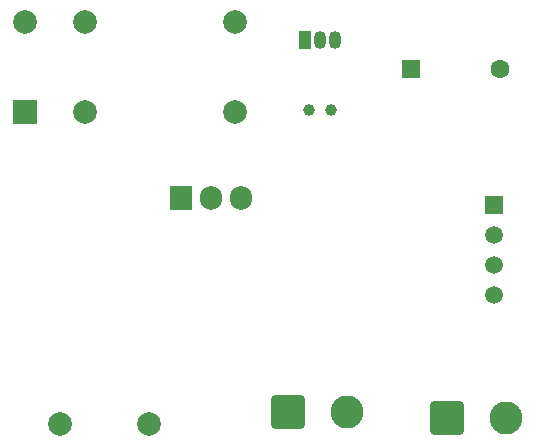
<source format=gbr>
%TF.GenerationSoftware,KiCad,Pcbnew,9.0.0*%
%TF.CreationDate,2025-03-27T13:05:49+05:30*%
%TF.ProjectId,incubator,696e6375-6261-4746-9f72-2e6b69636164,rev?*%
%TF.SameCoordinates,Original*%
%TF.FileFunction,Soldermask,Bot*%
%TF.FilePolarity,Negative*%
%FSLAX46Y46*%
G04 Gerber Fmt 4.6, Leading zero omitted, Abs format (unit mm)*
G04 Created by KiCad (PCBNEW 9.0.0) date 2025-03-27 13:05:49*
%MOMM*%
%LPD*%
G01*
G04 APERTURE LIST*
G04 Aperture macros list*
%AMRoundRect*
0 Rectangle with rounded corners*
0 $1 Rounding radius*
0 $2 $3 $4 $5 $6 $7 $8 $9 X,Y pos of 4 corners*
0 Add a 4 corners polygon primitive as box body*
4,1,4,$2,$3,$4,$5,$6,$7,$8,$9,$2,$3,0*
0 Add four circle primitives for the rounded corners*
1,1,$1+$1,$2,$3*
1,1,$1+$1,$4,$5*
1,1,$1+$1,$6,$7*
1,1,$1+$1,$8,$9*
0 Add four rect primitives between the rounded corners*
20,1,$1+$1,$2,$3,$4,$5,0*
20,1,$1+$1,$4,$5,$6,$7,0*
20,1,$1+$1,$6,$7,$8,$9,0*
20,1,$1+$1,$8,$9,$2,$3,0*%
G04 Aperture macros list end*
%ADD10RoundRect,0.250001X-1.149999X-1.149999X1.149999X-1.149999X1.149999X1.149999X-1.149999X1.149999X0*%
%ADD11C,2.800000*%
%ADD12R,1.905000X2.000000*%
%ADD13O,1.905000X2.000000*%
%ADD14C,1.000000*%
%ADD15R,1.050000X1.500000*%
%ADD16O,1.050000X1.500000*%
%ADD17C,2.000000*%
%ADD18R,1.600000X1.600000*%
%ADD19C,1.600000*%
%ADD20R,1.500000X1.500000*%
%ADD21C,1.500000*%
%ADD22R,2.000000X2.000000*%
G04 APERTURE END LIST*
D10*
%TO.C,Fan*%
X112500000Y-102000000D03*
D11*
X117500000Y-102000000D03*
%TD*%
D12*
%TO.C,Q2*%
X89960000Y-83445000D03*
D13*
X92500000Y-83445000D03*
X95040000Y-83445000D03*
%TD*%
D14*
%TO.C,16Mhz1*%
X100785000Y-75985000D03*
X102685000Y-75985000D03*
%TD*%
D15*
%TO.C,Q1*%
X100500000Y-70000000D03*
D16*
X101770000Y-70000000D03*
X103040000Y-70000000D03*
%TD*%
D17*
%TO.C,C1*%
X79750000Y-102500000D03*
X87250000Y-102500000D03*
%TD*%
D18*
%TO.C,BZ1*%
X109400000Y-72500000D03*
D19*
X117000000Y-72500000D03*
%TD*%
D10*
%TO.C,Light*%
X99000000Y-101500000D03*
D11*
X104000000Y-101500000D03*
%TD*%
D20*
%TO.C,U2*%
X116500000Y-83960000D03*
D21*
X116500000Y-86500000D03*
X116500000Y-89040000D03*
X116500000Y-91580000D03*
%TD*%
D17*
%TO.C,K1*%
X94500000Y-76120000D03*
D22*
X76720000Y-76120000D03*
D17*
X76720000Y-68500000D03*
X81800000Y-76120000D03*
X81800000Y-68500000D03*
X94500000Y-68500000D03*
%TD*%
M02*

</source>
